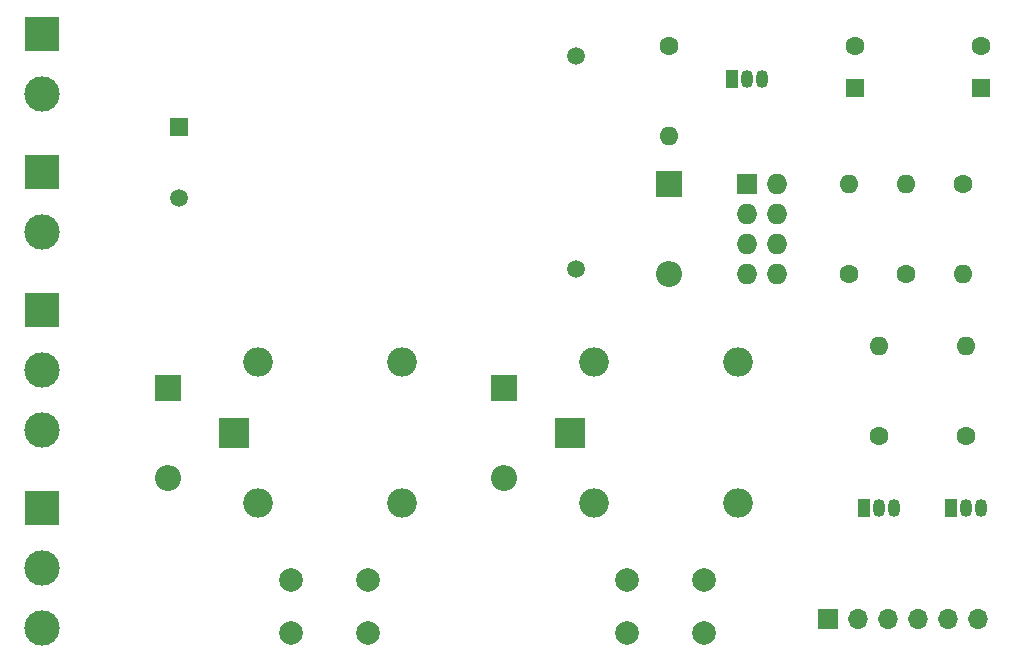
<source format=gbr>
%TF.GenerationSoftware,KiCad,Pcbnew,(5.1.10)-1*%
%TF.CreationDate,2021-12-18T16:47:07+01:00*%
%TF.ProjectId,Sonoff,536f6e6f-6666-42e6-9b69-6361645f7063,rev?*%
%TF.SameCoordinates,Original*%
%TF.FileFunction,Soldermask,Top*%
%TF.FilePolarity,Negative*%
%FSLAX46Y46*%
G04 Gerber Fmt 4.6, Leading zero omitted, Abs format (unit mm)*
G04 Created by KiCad (PCBNEW (5.1.10)-1) date 2021-12-18 16:47:07*
%MOMM*%
%LPD*%
G01*
G04 APERTURE LIST*
%ADD10C,3.000000*%
%ADD11R,3.000000X3.000000*%
%ADD12O,1.700000X1.700000*%
%ADD13R,1.700000X1.700000*%
%ADD14R,1.600000X1.600000*%
%ADD15C,1.600000*%
%ADD16R,2.200000X2.200000*%
%ADD17O,2.200000X2.200000*%
%ADD18R,2.500000X2.500000*%
%ADD19O,2.500000X2.500000*%
%ADD20R,1.500000X1.500000*%
%ADD21C,1.500000*%
%ADD22R,1.050000X1.500000*%
%ADD23O,1.050000X1.500000*%
%ADD24O,1.600000X1.600000*%
%ADD25C,2.000000*%
%ADD26R,1.727200X1.727200*%
%ADD27O,1.727200X1.727200*%
G04 APERTURE END LIST*
D10*
%TO.C,AC IN*%
X113030000Y-82804000D03*
D11*
X113030000Y-77724000D03*
%TD*%
D12*
%TO.C,FTDI IN*%
X192278000Y-127254000D03*
X189738000Y-127254000D03*
X187198000Y-127254000D03*
X184658000Y-127254000D03*
X182118000Y-127254000D03*
D13*
X179578000Y-127254000D03*
%TD*%
D14*
%TO.C,C1*%
X192532000Y-82296000D03*
D15*
X192532000Y-78796000D03*
%TD*%
%TO.C,C2*%
X181864000Y-78796000D03*
D14*
X181864000Y-82296000D03*
%TD*%
D16*
%TO.C,D1*%
X166116000Y-90424000D03*
D17*
X166116000Y-98044000D03*
%TD*%
D16*
%TO.C,D2*%
X123698000Y-107696000D03*
D17*
X123698000Y-115316000D03*
%TD*%
D16*
%TO.C,D3*%
X152146000Y-107696000D03*
D17*
X152146000Y-115316000D03*
%TD*%
D11*
%TO.C,5V IN*%
X113030000Y-89408000D03*
D10*
X113030000Y-94488000D03*
%TD*%
D11*
%TO.C,K1 OUT*%
X113030000Y-101092000D03*
D10*
X113030000Y-106172000D03*
X113030000Y-111252000D03*
%TD*%
%TO.C,K2 OUT*%
X113030000Y-128016000D03*
X113030000Y-122936000D03*
D11*
X113030000Y-117856000D03*
%TD*%
D18*
%TO.C,K1*%
X129286000Y-111506000D03*
D19*
X131286000Y-117506000D03*
X143486000Y-117506000D03*
X143486000Y-105506000D03*
X131286000Y-105506000D03*
%TD*%
D18*
%TO.C,K2*%
X157734000Y-111506000D03*
D19*
X159734000Y-117506000D03*
X171934000Y-117506000D03*
X171934000Y-105506000D03*
X159734000Y-105506000D03*
%TD*%
D20*
%TO.C,HLK-5M05*%
X124678000Y-85646000D03*
D21*
X124678000Y-91646000D03*
X158278000Y-79646000D03*
X158278000Y-97646000D03*
%TD*%
D22*
%TO.C,Q1*%
X171450000Y-81534000D03*
D23*
X173990000Y-81534000D03*
X172720000Y-81534000D03*
%TD*%
D22*
%TO.C,Q2*%
X182626000Y-117856000D03*
D23*
X185166000Y-117856000D03*
X183896000Y-117856000D03*
%TD*%
D22*
%TO.C,Q3*%
X189992000Y-117856000D03*
D23*
X192532000Y-117856000D03*
X191262000Y-117856000D03*
%TD*%
D15*
%TO.C,R1*%
X166116000Y-78740000D03*
D24*
X166116000Y-86360000D03*
%TD*%
%TO.C,R2*%
X181356000Y-90424000D03*
D15*
X181356000Y-98044000D03*
%TD*%
D24*
%TO.C,R3*%
X186182000Y-90424000D03*
D15*
X186182000Y-98044000D03*
%TD*%
%TO.C,R4*%
X191008000Y-90424000D03*
D24*
X191008000Y-98044000D03*
%TD*%
D15*
%TO.C,R5*%
X183896000Y-111760000D03*
D24*
X183896000Y-104140000D03*
%TD*%
%TO.C,R6*%
X191262000Y-104140000D03*
D15*
X191262000Y-111760000D03*
%TD*%
D25*
%TO.C,Reset*%
X140612000Y-123952000D03*
X140612000Y-128452000D03*
X134112000Y-123952000D03*
X134112000Y-128452000D03*
%TD*%
%TO.C,Flash*%
X169060000Y-123952000D03*
X169060000Y-128452000D03*
X162560000Y-123952000D03*
X162560000Y-128452000D03*
%TD*%
D26*
%TO.C,ESP-01*%
X172720000Y-90424000D03*
D27*
X175260000Y-90424000D03*
X172720000Y-92964000D03*
X175260000Y-92964000D03*
X172720000Y-95504000D03*
X175260000Y-95504000D03*
X172720000Y-98044000D03*
X175260000Y-98044000D03*
%TD*%
M02*

</source>
